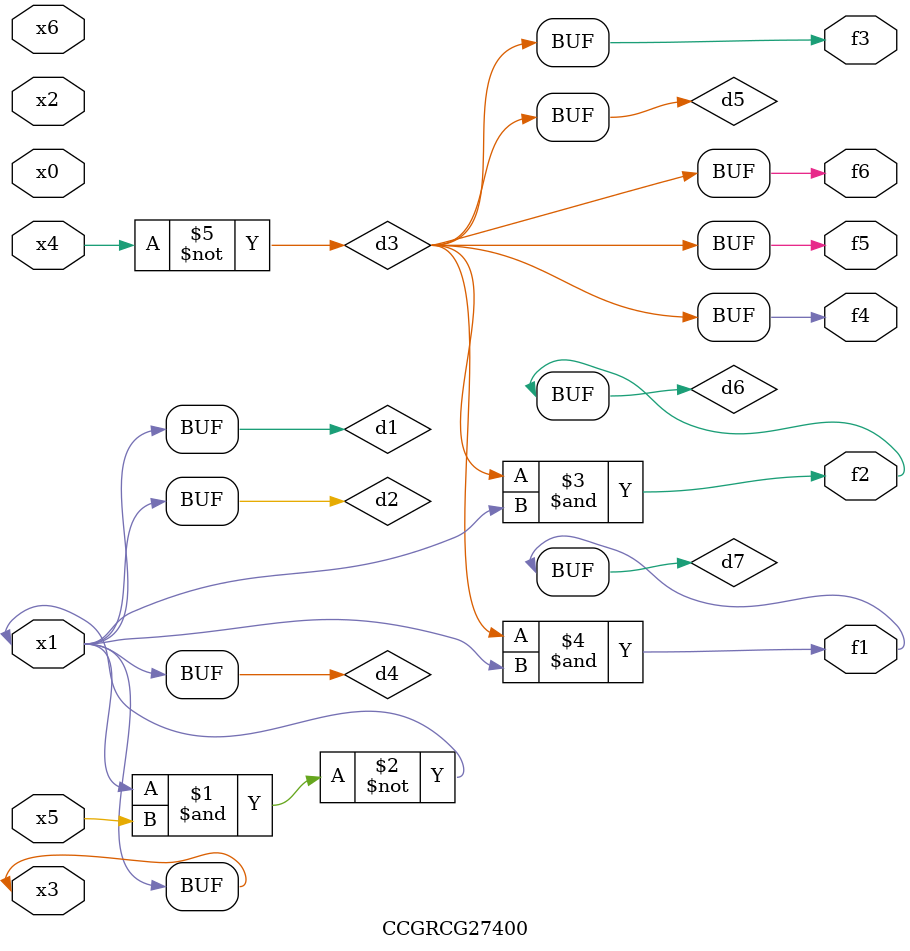
<source format=v>
module CCGRCG27400(
	input x0, x1, x2, x3, x4, x5, x6,
	output f1, f2, f3, f4, f5, f6
);

	wire d1, d2, d3, d4, d5, d6, d7;

	buf (d1, x1, x3);
	nand (d2, x1, x5);
	not (d3, x4);
	buf (d4, d1, d2);
	buf (d5, d3);
	and (d6, d3, d4);
	and (d7, d3, d4);
	assign f1 = d7;
	assign f2 = d6;
	assign f3 = d5;
	assign f4 = d5;
	assign f5 = d5;
	assign f6 = d5;
endmodule

</source>
